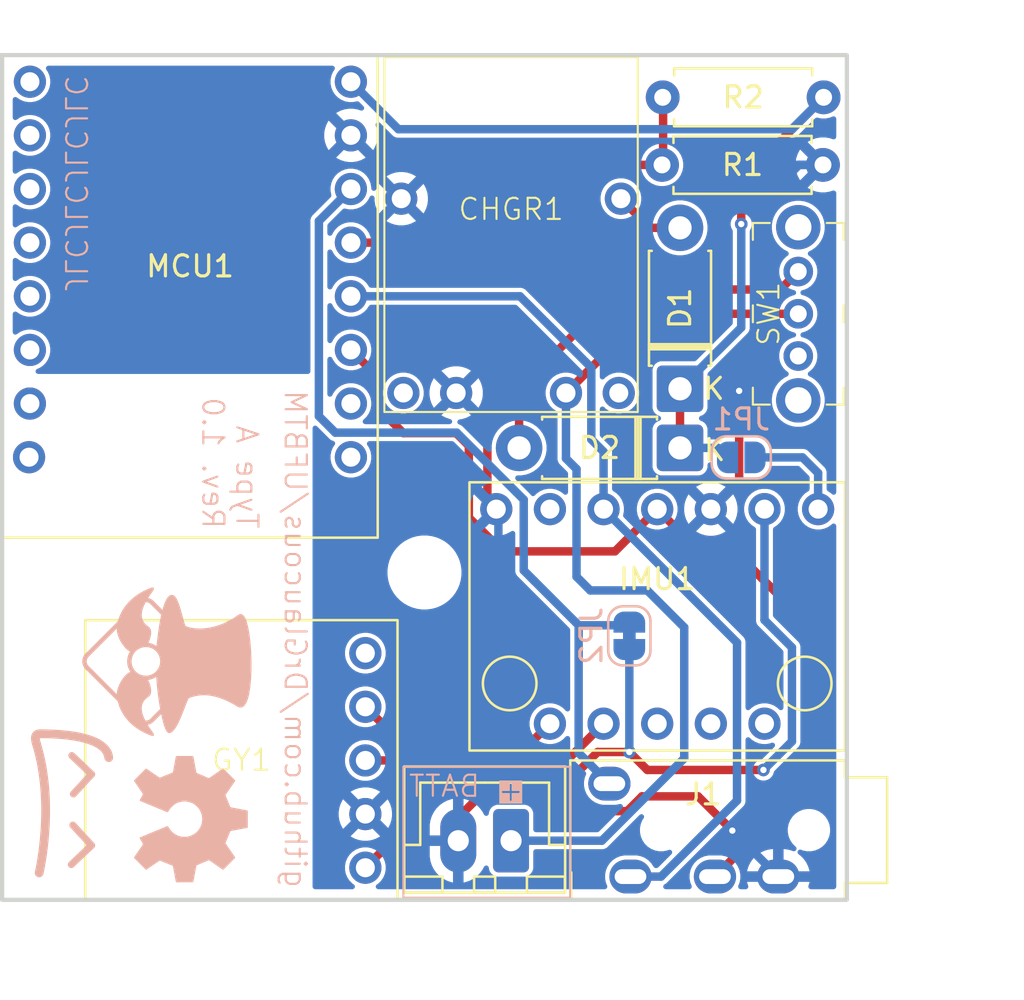
<source format=kicad_pcb>
(kicad_pcb (version 20241229) (generator "pcbnew") (generator_version "9.0")
  (layers (0 "F.Cu" signal) (2 "B.Cu" signal) (13 "F.Paste" user) (15 "B.Paste" user) (5 "F.SilkS" user "F.Silkscreen") (7 "B.SilkS" user "B.Silkscreen") (1 "F.Mask" user) (3 "B.Mask" user) (25 "Edge.Cuts" user))
  (net 0 "")
  (net 1 "SDA_1")
  (net 2 "ESP32_3V3")
  (net 3 "BATTERY_READER")
  (net 4 "ESP32_5V5")
  (net 5 "SCL_1")
  (net 6 "+BATT")
  (net 7 "GND")
  (net 9 "Net-(CHGR1-5_VIN)")
  (net 11 "Net-(D2-A)")
  (net 12 "Net-(GY1-SDA)")
  (net 14 "Net-(GY1-SCL)")
  (net 15 "Net-(GY1-VIN)")
  (net 17 "Net-(IMU1-VIN)")
  (footprint "My_Library:LX_LBES" (layer "F.Cu") (at 160.1 66.9 -90)
    (property "Reference" "CHGR1")
    (property "Value" "~")
  )
  (footprint "Espressif:ESP32-C3-SuperMini_PLUS" (layer "F.Cu") (at 138.896004 61.421392)
    (property "Reference" "MCU1")
    (property "Value" "~")
  )
  (footprint "Diode_THT:D_DO-41_SOD81_P7.62mm_Horizontal" (layer "F.Cu") (at 162.1 65.8 90)
    (property "Reference" "D1")
    (property "Value" "D_1N5817 / 4.8v Zener?")
  )
  (footprint "Diode_THT:D_DO-41_SOD81_P7.62mm_Horizontal" (layer "F.Cu") (at 162.1 68.6 180)
    (property "Reference" "D2")
    (property "Value" "D_1N5817")
  )
  (footprint "My_Library:PJ-320A" (layer "F.Cu") (at 171.905 88.9 180)
    (property "Reference" "J1")
    (property "Value" "TRRS Connector 3.5")
  )
  (footprint "My_Library:SK12D07VG4" (layer "F.Cu") (at 167.7 62.25 90)
    (property "Reference" "SW1")
    (property "Value" "SW_SPDT")
  )
  (footprint "Connector_JST:JST_XH_B2B-XH-A_1x02_P2.50mm_Vertical" (layer "F.Cu") (at 154.1 87.2 180)
    (property "Reference" "BT1" (hide yes))
    (property "Value" "Battery")
  )
  (footprint "My_Library:GY-271" (layer "F.Cu") (at 142.2 83.4 180)
    (property "Reference" "GY1")
    (property "Value" "~")
  )
  (footprint "My_Library:GY-BMI160" (layer "F.Cu") (at 161.02 76.58 -90)
    (property "Reference" "IMU1")
    (property "Value" "~")
  )
  (footprint "Resistor_THT:R_Axial_DIN0207_L6.3mm_D2.5mm_P7.62mm_Horizontal" (layer "F.Cu") (at 168.87 55.2 180)
    (property "Reference" "R1")
    (property "Value" "200K")
  )
  (footprint "Resistor_THT:R_Axial_DIN0207_L6.3mm_D2.5mm_P7.62mm_Horizontal" (layer "F.Cu") (at 161.28 52)
    (property "Reference" "R2")
    (property "Value" "200K")
  )
  (footprint "Jumper:SolderJumper-2_P1.3mm_Open_RoundedPad1.0x1.5mm" (layer "B.Cu") (at 165 69.05 180)
    (property "Reference" "JP1")
    (property "Value" "5v in")
  )
  (footprint "Jumper:SolderJumper-2_P1.3mm_Bridged_RoundedPad1.0x1.5mm" (layer "B.Cu") (at 159.7 77.5 -90)
    (property "Reference" "JP2")
    (property "Value" "3v3 in")
  )
  (footprint "MountingHole:MountingHole_3mm" (layer "B.Cu") (at 150 74.5)
    (property "Reference" "REF**" (hide yes))
    (property "Value" "MountingHole_3mm")
  )
  (gr_poly (pts (xy 141.634193 85.800172) (xy 141.634066 85.798473) (xy 141.633858 85.796782) (xy 141.63357 85.795102) (xy 141.633204 85.793436) (xy 141.632762 85.791785) (xy 141.632247 85.790152) (xy 141.631661 85.78854) (xy 141.631005 85.786951) (xy 141.630282 85.785389) (xy 141.628642 85.782352) (xy 141.626759 85.779448) (xy 141.624648 85.7767) (xy 141.622326 85.774125) (xy 141.619811 85.771746) (xy 141.617118 85.769582) (xy 141.61571 85.768588) (xy 141.614265 85.767654) (xy 141.612783 85.766785) (xy 141.611267 85.765982) (xy 141.60972 85.765248) (xy 141.608143 85.764586) (xy 141.606538 85.763997) (xy 141.604907 85.763486) (xy 141.603254 85.763053) (xy 141.601578 85.762703) (xy 140.841472 85.621213) (xy 140.838102 85.620428) (xy 140.834719 85.619345) (xy 140.831345 85.617985) (xy 140.828003 85.616365) (xy 140.824715 85.614505) (xy 140.821503 85.612425) (xy 140.81839 85.610143) (xy 140.815397 85.607678) (xy 140.812548 85.60505) (xy 140.809864 85.602278) (xy 140.807367 85.599381) (xy 140.805081 85.596378) (xy 140.803026 85.593288) (xy 140.801226 85.59013) (xy 140.799703 85.586923) (xy 140.798479 85.583688) (xy 140.589952 85.074353) (xy 140.588551 85.071187) (xy 140.587382 85.06783) (xy 140.586442 85.064313) (xy 140.585729 85.060664) (xy 140.585241 85.056912) (xy 140.584975 85.053088) (xy 140.584929 85.04922) (xy 140.585102 85.045338) (xy 140.585491 85.04147) (xy 140.586093 85.037647) (xy 140.586907 85.033898) (xy 140.587931 85.030251) (xy 140.589161 85.026737) (xy 140.590597 85.023383) (xy 140.592236 85.020221) (xy 140.594075 85.017278) (xy 141.029851 84.382408) (xy 141.030784 84.380981) (xy 141.031644 84.379511) (xy 141.032432 84.378002) (xy 141.033148 84.376456) (xy 141.033792 84.374878) (xy 141.034364 84.373269) (xy 141.035297 84.369976) (xy 141.035947 84.366603) (xy 141.036317 84.363177) (xy 141.03641 84.359722) (xy 141.036227 84.356267) (xy 141.035772 84.352836) (xy 141.035046 84.349455) (xy 141.034051 84.346152) (xy 141.03279 84.342951) (xy 141.031266 84.339879) (xy 141.030405 84.3384) (xy 141.02948 84.336963) (xy 141.02849 84.335571) (xy 141.027435 84.334227) (xy 141.026316 84.332936) (xy 141.025133 84.3317) (xy 140.490332 83.796973) (xy 140.489089 83.795798) (xy 140.487791 83.794686) (xy 140.486442 83.793638) (xy 140.485044 83.792654) (xy 140.483602 83.791735) (xy 140.482117 83.790881) (xy 140.480595 83.790092) (xy 140.479037 83.789369) (xy 140.477447 83.788711) (xy 140.475829 83.788119) (xy 140.472519 83.787134) (xy 140.469134 83.786415) (xy 140.465699 83.785964) (xy 140.46224 83.785784) (xy 140.458783 83.785877) (xy 140.455355 83.786243) (xy 140.451981 83.786886) (xy 140.450322 83.787312) (xy 140.448687 83.787808) (xy 140.447079 83.788374) (xy 140.4455 83.78901) (xy 140.443954 83.789717) (xy 140.442445 83.790494) (xy 140.440975 83.791343) (xy 140.439548 83.792263) (xy 139.81539 84.220321) (xy 139.812437 84.22217) (xy 139.80927 84.223809) (xy 139.805918 84.225238) (xy 139.802409 84.226455) (xy 139.798773 84.227458) (xy 139.795038 84.228246) (xy 139.791233 84.228817) (xy 139.787386 84.229169) (xy 139.783525 84.229301) (xy 139.779681 84.229211) (xy 139.77588 84.228897) (xy 139.772152 84.228358) (xy 139.768525 84.227591) (xy 139.765028 84.226597) (xy 139.761691 84.225372) (xy 139.75854 84.223915) (xy 139.233027 83.998683) (xy 139.231414 83.998075) (xy 139.229805 83.99739) (xy 139.22661 83.995803) (xy 139.223463 83.993945) (xy 139.220383 83.991837) (xy 139.217389 83.989503) (xy 139.2145 83.986964) (xy 139.211735 83.984242) (xy 139.209115 83.981359) (xy 139.206658 83.978338) (xy 139.204383 83.9752) (xy 139.202311 83.971968) (xy 139.200459 83.968663) (xy 139.198848 83.965308) (xy 139.197497 83.961926) (xy 139.196925 83.960231) (xy 139.196425 83.958537) (xy 139.195999 83.956848) (xy 139.195651 83.955165) (xy 139.058955 83.220451) (xy 139.059029 83.220528) (xy 139.058671 83.218859) (xy 139.058232 83.217212) (xy 139.057715 83.215587) (xy 139.057122 83.213988) (xy 139.056456 83.212416) (xy 139.055718 83.210873) (xy 139.054912 83.209363) (xy 139.05404 83.207885) (xy 139.053105 83.206444) (xy 139.052108 83.20504) (xy 139.051053 83.203676) (xy 139.049941 83.202355) (xy 139.048776 83.201078) (xy 139.047559 83.199847) (xy 139.046294 83.198664) (xy 139.044982 83.197532) (xy 139.043627 83.196453) (xy 139.04223 83.195428) (xy 139.040794 83.194461) (xy 139.039322 83.193552) (xy 139.037815 83.192705) (xy 139.036277 83.19192) (xy 139.03471 83.191201) (xy 139.033117 83.19055) (xy 139.031499 83.189968) (xy 139.02986 83.189458) (xy 139.028201 83.189021) (xy 139.026525 83.188661) (xy 139.024836 83.188378) (xy 139.023134 83.188176) (xy 139.021423 83.188055) (xy 139.019706 83.18802) (xy 138.263345 83.188095) (xy 138.26164 83.188138) (xy 138.25994 83.188265) (xy 138.258248 83.188473) (xy 138.256565 83.188761) (xy 138.254895 83.189127) (xy 138.25324 83.189568) (xy 138.251603 83.190083) (xy 138.249987 83.190669) (xy 138.246825 83.192047) (xy 138.243777 83.193685) (xy 138.240863 83.195566) (xy 138.238103 83.197674) (xy 138.235519 83.199991) (xy 138.233131 83.202502) (xy 138.230961 83.205189) (xy 138.229964 83.206593) (xy 138.229029 83.208035) (xy 138.228158 83.209512) (xy 138.227355 83.211024) (xy 138.226622 83.212566) (xy 138.225962 83.214138) (xy 138.225376 83.215737) (xy 138.224869 83.217361) (xy 138.224442 83.219009) (xy 138.224097 83.220677) (xy 138.090696 83.93734) (xy 138.090347 83.939028) (xy 138.089921 83.94072) (xy 138.088844 83.944102) (xy 138.087484 83.947467) (xy 138.085862 83.950792) (xy 138.083997 83.954057) (xy 138.081909 83.95724) (xy 138.079616 83.960319) (xy 138.077139 83.963275) (xy 138.074496 83.966084) (xy 138.071709 83.968727) (xy 138.068795 83.971182) (xy 138.065775 83.973426) (xy 138.062668 83.97544) (xy 138.059493 83.977202) (xy 138.056271 83.978691) (xy 138.053021 83.979885) (xy 137.493951 84.203617) (xy 137.490773 84.204991) (xy 137.487407 84.206137) (xy 137.483883 84.207057) (xy 137.480231 84.207754) (xy 137.476478 84.208228) (xy 137.472654 84.208483) (xy 137.468787 84.20852) (xy 137.464908 84.208343) (xy 137.461045 84.207951) (xy 137.457226 84.207349) (xy 137.453481 84.206538) (xy 137.449838 84.205519) (xy 137.446328 84.204296) (xy 137.442978 84.202871) (xy 137.439818 84.201244) (xy 137.436876 84.199419) (xy 136.843577 83.792325) (xy 136.842143 83.791392) (xy 136.840667 83.790532) (xy 136.839152 83.789744) (xy 136.837601 83.789028) (xy 136.836017 83.788384) (xy 136.834403 83.787812) (xy 136.831101 83.786879) (xy 136.82772 83.786229) (xy 136.824286 83.785859) (xy 136.820824 83.785766) (xy 136.817361 83.785948) (xy 136.813923 83.786404) (xy 136.810535 83.78713) (xy 136.807224 83.788124) (xy 136.804015 83.789384) (xy 136.800934 83.790907) (xy 136.799449 83.791767) (xy 136.798007 83.792692) (xy 136.796609 83.793682) (xy 136.79526 83.794736) (xy 136.793962 83.795854) (xy 136.792718 83.797036) (xy 136.257918 84.331844) (xy 136.256749 84.333073) (xy 136.255643 84.334359) (xy 136.2546 84.335696) (xy 136.25362 84.337083) (xy 136.252705 84.338515) (xy 136.251854 84.339989) (xy 136.251067 84.341503) (xy 136.250345 84.343053) (xy 136.249688 84.344636) (xy 136.249096 84.346248) (xy 136.24811 84.349547) (xy 136.247389 84.352925) (xy 136.246935 84.356355) (xy 136.246751 84.359812) (xy 136.246838 84.363269) (xy 136.2472 84.3667) (xy 136.247838 84.370078) (xy 136.248261 84.37174) (xy 136.248754 84.373379) (xy 136.249318 84.374992) (xy 136.249952 84.376576) (xy 136.250657 84.378127) (xy 136.251433 84.379642) (xy 136.25228 84.381118) (xy 136.253199 84.382551) (xy 136.65325 84.965293) (xy 136.655075 84.968216) (xy 136.656676 84.97135) (xy 136.658051 84.974665) (xy 136.659199 84.978132) (xy 136.66012 84.981723) (xy 136.660814 84.985409) (xy 136.661281 84.989161) (xy 136.661518 84.992951) (xy 136.661527 84.99675) (xy 136.661306 85.000528) (xy 136.660855 85.004258) (xy 136.660173 85.00791) (xy 136.65926 85.011456) (xy 136.658116 85.014867) (xy 136.656739 85.018115) (xy 136.655129 85.02117) (xy 136.517909 85.278159) (xy 136.517181 85.279697) (xy 136.51654 85.281248) (xy 136.515987 85.282809) (xy 136.515518 85.284377) (xy 136.515135 85.28595) (xy 136.514836 85.287524) (xy 136.514619 85.289098) (xy 136.514485 85.290669) (xy 136.514432 85.292234) (xy 136.514459 85.29379) (xy 136.514564 85.295334) (xy 136.514749 85.296865) (xy 136.51501 85.298379) (xy 136.515348 85.299873) (xy 136.515761 85.301345) (xy 136.516249 85.302793) (xy 136.51681 85.304213) (xy 136.517444 85.305603) (xy 136.51815 85.30696) (xy 136.518926 85.308282) (xy 136.519772 85.309565) (xy 136.520687 85.310808) (xy 136.52167 85.312007) (xy 136.52272 85.313161) (xy 136.523836 85.314265) (xy 136.525016 85.315318) (xy 136.526261 85.316316) (xy 136.52757 85.317258) (xy 136.52894 85.318141) (xy 136.530372 85.318961) (xy 136.531864 85.319716) (xy 136.533416 85.320404) (xy 137.814162 85.85026) (xy 137.815755 85.850873) (xy 137.817373 85.851405) (xy 137.819011 85.851856) (xy 137.820668 85.852229) (xy 137.822339 85.852523) (xy 137.824023 85.85274) (xy 137.827413 85.852948) (xy 137.830815 85.852859) (xy 137.834205 85.852483) (xy 137.837556 85.851827) (xy 137.840846 85.850899) (xy 137.844051 85.849709) (xy 137.847144 85.848262) (xy 137.850103 85.846569) (xy 137.852903 85.844637) (xy 137.855519 85.842474) (xy 137.856751 85.841309) (xy 137.857928 85.840089) (xy 137.859047 85.838815) (xy 137.860104 85.837489) (xy 137.861098 85.836111) (xy 137.862024 85.834682) (xy 137.901422 85.770342) (xy 137.904381 85.765716) (xy 137.907757 85.760775) (xy 137.911474 85.755614) (xy 137.915459 85.750324) (xy 137.919636 85.744999) (xy 137.923932 85.739732) (xy 137.928272 85.734617) (xy 137.93258 85.729745) (xy 137.96173 85.68717) (xy 137.993378 85.646537) (xy 138.027415 85.607958) (xy 138.06373 85.571542) (xy 138.102214 85.537402) (xy 138.142757 85.505648) (xy 138.185247 85.476391) (xy 138.229576 85.449742) (xy 138.275634 85.425813) (xy 138.299276 85.414903) (xy 138.323309 85.404714) (xy 138.34772 85.39526) (xy 138.372493 85.386556) (xy 138.397616 85.378615) (xy 138.423075 85.371451) (xy 138.448856 85.365078) (xy 138.474945 85.359509) (xy 138.501329 85.354759) (xy 138.527993 85.350842) (xy 138.554925 85.347771) (xy 138.58211 85.34556) (xy 138.609534 85.344223) (xy 138.637184 85.343775) (xy 138.680231 85.344863) (xy 138.722713 85.348092) (xy 138.764577 85.353411) (xy 138.805771 85.360766) (xy 138.846242 85.370104) (xy 138.885937 85.381374) (xy 138.924805 85.394522) (xy 138.962792 85.409496) (xy 138.999846 85.426244) (xy 139.035915 85.444713) (xy 139.070945 85.46485) (xy 139.104885 85.486603) (xy 139.137681 85.50992) (xy 139.169282 85.534747) (xy 139.199634 85.561032) (xy 139.228685 85.588723) (xy 139.256383 85.617767) (xy 139.282674 85.648111) (xy 139.307507 85.679704) (xy 139.330829 85.712492) (xy 139.352587 85.746422) (xy 139.372729 85.781443) (xy 139.391202 85.817502) (xy 139.407954 85.854546) (xy 139.422931 85.892522) (xy 139.436082 85.931379) (xy 139.447355 85.971063) (xy 139.456695 86.011522) (xy 139.464051 86.052703) (xy 139.469371 86.094554) (xy 139.472601 86.137023) (xy 139.47369 86.180056) (xy 139.472601 86.223089) (xy 139.469371 86.265558) (xy 139.464051 86.307409) (xy 139.456695 86.34859) (xy 139.447355 86.389049) (xy 139.436082 86.428733) (xy 139.422931 86.46759) (xy 139.407954 86.505566) (xy 139.391202 86.54261) (xy 139.372729 86.578668) (xy 139.352587 86.613689) (xy 139.330829 86.64762) (xy 139.307507 86.680408) (xy 139.282674 86.712) (xy 139.256383 86.742345) (xy 139.228685 86.771389) (xy 139.199634 86.799079) (xy 139.169282 86.825365) (xy 139.137681 86.850192) (xy 139.104885 86.873508) (xy 139.070945 86.895261) (xy 139.035915 86.915398) (xy 138.999846 86.933867) (xy 138.962792 86.950615) (xy 138.924805 86.965589) (xy 138.885937 86.978738) (xy 138.846242 86.990007) (xy 138.805771 86.999346) (xy 138.764577 87.006701) (xy 138.722713 87.012019) (xy 138.680231 87.015249) (xy 138.637184 87.016337) (xy 138.58211 87.014552) (xy 138.527993 87.00927) (xy 138.474945 87.000602) (xy 138.423075 86.988661) (xy 138.372493 86.973555) (xy 138.323309 86.955398) (xy 138.275634 86.934299) (xy 138.229576 86.910369) (xy 138.185247 86.88372) (xy 138.142757 86.854463) (xy 138.102214 86.822709) (xy 138.06373 86.788569) (xy 138.027415 86.752154) (xy 137.993378 86.713574) (xy 137.96173 86.672941) (xy 137.93258 86.630367) (xy 137.928249 86.625473) (xy 137.923899 86.620346) (xy 137.919601 86.615075) (xy 137.915428 86.60975) (xy 137.911451 86.60446) (xy 137.907743 86.599294) (xy 137.904377 86.594343) (xy 137.901422 86.589695) (xy 137.862024 86.525354) (xy 137.861098 86.523919) (xy 137.860104 86.522535) (xy 137.859046 86.521204) (xy 137.857927 86.519926) (xy 137.85675 86.518703) (xy 137.855518 86.517535) (xy 137.854234 86.516423) (xy 137.852901 86.515368) (xy 137.851523 86.514372) (xy 137.850101 86.513434) (xy 137.84864 86.512558) (xy 137.847142 86.511742) (xy 137.845611 86.510988) (xy 137.844049 86.510298) (xy 137.842459 86.509671) (xy 137.840845 86.50911) (xy 137.839209 86.508615) (xy 137.837555 86.508187) (xy 137.835885 86.507826) (xy 137.834203 86.507535) (xy 137.832512 86.507314) (xy 137.830814 86.507163) (xy 137.829113 86.507085) (xy 137.827412 86.507079) (xy 137.825714 86.507148) (xy 137.824022 86.507291) (xy 137.822339 86.50751) (xy 137.820667 86.507806) (xy 137.819011 86.508179) (xy 137.817373 86.508631) (xy 137.815756 86.509163) (xy 137.814163 86.509776) (xy 136.533488 87.039707) (xy 136.531937 87.040395) (xy 136.530444 87.041151) (xy 136.529011 87.041973) (xy 136.527638 87.042857) (xy 136.526328 87.0438) (xy 136.525079 87.044801) (xy 136.523895 87.045856) (xy 136.522775 87.046963) (xy 136.521721 87.048118) (xy 136.520733 87.04932) (xy 136.519814 87.050565) (xy 136.518963 87.051851) (xy 136.518182 87.053175) (xy 136.517472 87.054534) (xy 136.516834 87.055926) (xy 136.516269 87.057348) (xy 136.515777 87.058797) (xy 136.515361 87.060271) (xy 136.515021 87.061766) (xy 136.514757 87.063281) (xy 136.514572 87.064811) (xy 136.514466 87.066356) (xy 136.51444 87.067911) (xy 136.514495 87.069474) (xy 136.514633 87.071043) (xy 136.514853 87.072615) (xy 136.515158 87.074187) (xy 136.515548 87.075756) (xy 136.516024 87.07732) (xy 136.516588 87.078876) (xy 136.51724 87.080421) (xy 136.517982 87.081952) (xy 136.655199 87.338941) (xy 136.656796 87.341983) (xy 136.658162 87.345219) (xy 136.659297 87.348621) (xy 136.660202 87.352159) (xy 136.660877 87.355805) (xy 136.661322 87.359531) (xy 136.661538 87.363307) (xy 136.661525 87.367104) (xy 136.661284 87.370895) (xy 136.660815 87.37465) (xy 136.660118 87.37834) (xy 136.659194 87.381937) (xy 136.658044 87.385412) (xy 136.656667 87.388736) (xy 136.655064 87.391881) (xy 136.653236 87.394818) (xy 136.253191 87.977556) (xy 136.252265 87.97899) (xy 136.251411 87.980466) (xy 136.250629 87.981981) (xy 136.249919 87.983532) (xy 136.24928 87.985116) (xy 136.248711 87.986729) (xy 136.247786 87.990031) (xy 136.247142 87.993411) (xy 136.246776 87.996843) (xy 136.246685 88.000303) (xy 136.246868 88.003762) (xy 136.247323 88.007196) (xy 136.248046 88.010579) (xy 136.249037 88.013885) (xy 136.250291 88.017086) (xy 136.251808 88.020159) (xy 136.252665 88.021638) (xy 136.253585 88.023076) (xy 136.254571 88.024468) (xy 136.25562 88.025811) (xy 136.256733 88.027103) (xy 136.25791 88.028339) (xy 136.792718 88.56314) (xy 136.793962 88.564316) (xy 136.79526 88.565429) (xy 136.796609 88.566478) (xy 136.798007 88.567462) (xy 136.799449 88.568383) (xy 136.800934 88.569239) (xy 136.802456 88.57003) (xy 136.804015 88.570755) (xy 136.805605 88.571415) (xy 136.807224 88.57201) (xy 136.810535 88.573) (xy 136.813923 88.573724) (xy 136.817361 88.574179) (xy 136.820824 88.574362) (xy 136.824286 88.574272) (xy 136.82772 88.573906) (xy 136.829419 88.573619) (xy 136.831101 88.573262) (xy 136.832764 88.572835) (xy 136.834404 88.572338) (xy 136.836017 88.57177) (xy 136.837601 88.571131) (xy 136.839152 88.57042) (xy 136.840667 88.569638) (xy 136.842144 88.568785) (xy 136.843577 88.567859) (xy 137.436951 88.160766) (xy 137.43988 88.158927) (xy 137.443032 88.157289) (xy 137.446376 88.155854) (xy 137.449883 88.154623) (xy 137.453523 88.153599) (xy 137.457269 88.152783) (xy 137.461089 88.152179) (xy 137.464955 88.151787) (xy 137.468839 88.15161) (xy 137.472709 88.151651) (xy 137.476537 88.15191) (xy 137.480295 88.152391) (xy 137.483951 88.153095) (xy 137.487478 88.154025) (xy 137.490846 88.155182) (xy 137.494026 88.156568) (xy 138.053095 88.380304) (xy 138.054723 88.380856) (xy 138.056347 88.381487) (xy 138.057964 88.382192) (xy 138.059571 88.382969) (xy 138.062749 88.384728) (xy 138.06586 88.386743) (xy 138.068885 88.388991) (xy 138.071803 88.39145) (xy 138.074596 88.394099) (xy 138.077242 88.396915) (xy 138.079722 88.399877) (xy 138.082017 88.402963) (xy 138.084105 88.406151) (xy 138.085969 88.409418) (xy 138.087587 88.412744) (xy 138.08894 88.416105) (xy 138.08951 88.417793) (xy 138.090007 88.419481) (xy 138.090428 88.421167) (xy 138.09077 88.422849) (xy 138.224171 89.139511) (xy 138.224522 89.141179) (xy 138.224954 89.142827) (xy 138.225466 89.144451) (xy 138.226054 89.146051) (xy 138.226717 89.147623) (xy 138.227451 89.149165) (xy 138.228254 89.150676) (xy 138.229124 89.152154) (xy 138.230058 89.153596) (xy 138.231054 89.155) (xy 138.232108 89.156365) (xy 138.233219 89.157687) (xy 138.234384 89.158965) (xy 138.235601 89.160197) (xy 138.236866 89.161381) (xy 138.238178 89.162515) (xy 138.239534 89.163596) (xy 138.240931 89.164623) (xy 138.242367 89.165593) (xy 138.243839 89.166504) (xy 138.245345 89.167354) (xy 138.246882 89.168142) (xy 138.248448 89.168864) (xy 138.25004 89.16952) (xy 138.251656 89.170106) (xy 138.253294 89.17062) (xy 138.254949 89.171062) (xy 138.256621 89.171427) (xy 138.258307 89.171716) (xy 138.260003 89.171924) (xy 138.261709 89.17205) (xy 138.26342 89.172093) (xy 139.01978 89.172093) (xy 139.021485 89.172051) (xy 139.023183 89.171925) (xy 139.024874 89.171717) (xy 139.026554 89.17143) (xy 139.028221 89.171066) (xy 139.029872 89.170627) (xy 139.031505 89.170114) (xy 139.033117 89.16953) (xy 139.034706 89.168877) (xy 139.03627 89.168157) (xy 139.039309 89.166524) (xy 139.042214 89.164647) (xy 139.044966 89.162543) (xy 139.047544 89.160229) (xy 139.049928 89.15772) (xy 139.052098 89.155033) (xy 139.053097 89.153629) (xy 139.054034 89.152186) (xy 139.054907 89.150706) (xy 139.055715 89.149193) (xy 139.056453 89.147648) (xy 139.057121 89.146072) (xy 139.057715 89.144469) (xy 139.058232 89.142839) (xy 139.058671 89.141186) (xy 139.059028 89.139511) (xy 139.195725 88.404797) (xy 139.196512 88.401412) (xy 139.197594 88.398015) (xy 139.198953 88.394626) (xy 139.200568 88.391268) (xy 139.202421 88.387962) (xy 139.204493 88.384731) (xy 139.206766 88.381597) (xy 139.20922 88.378581) (xy 139.211836 88.375706) (xy 139.214595 88.372993) (xy 139.217479 88.370464) (xy 139.220468 88.368142) (xy 139.223544 88.366048) (xy 139.226688 88.364204) (xy 139.22988 88.362632) (xy 139.233101 88.361354) (xy 139.758614 88.136123) (xy 139.761765 88.134668) (xy 139.765103 88.133445) (xy 139.768599 88.132454) (xy 139.772226 88.131692) (xy 139.775954 88.131157) (xy 139.779755 88.130846) (xy 139.7836 88.130758) (xy 139.787461 88.130891) (xy 139.791308 88.131243) (xy 139.795113 88.131811) (xy 139.798848 88.132593) (xy 139.802484 88.133588) (xy 139.805992 88.134793) (xy 139.809344 88.136207) (xy 139.81251 88.137826) (xy 139.815464 88.13965) (xy 140.439548 88.567783) (xy 140.440975 88.568716) (xy 140.442445 88.569575) (xy 140.443954 88.570362) (xy 140.4455 88.571077) (xy 140.447078 88.571719) (xy 140.448687 88.57229) (xy 140.451981 88.573218) (xy 140.455355 88.573864) (xy 140.458783 88.574229) (xy 140.462239 88.574318) (xy 140.465698 88.574131) (xy 140.469133 88.573672) (xy 140.472519 88.572944) (xy 140.475829 88.571949) (xy 140.479037 88.57069) (xy 140.482117 88.569169) (xy 140.483601 88.568312) (xy 140.485044 88.56739) (xy 140.486441 88.566404) (xy 140.48779 88.565354) (xy 140.489088 88.564241) (xy 140.490332 88.563064) (xy 141.025132 88.028339) (xy 141.026308 88.027103) (xy 141.027421 88.025811) (xy 141.02847 88.024468) (xy 141.029455 88.023076) (xy 141.030375 88.021639) (xy 141.031231 88.020159) (xy 141.032022 88.018641) (xy 141.032748 88.017087) (xy 141.033408 88.0155) (xy 141.034002 88.013885) (xy 141.034993 88.01058) (xy 141.035716 88.007197) (xy 141.036171 88.003762) (xy 141.036354 88.000303) (xy 141.036264 87.996844) (xy 141.035898 87.993411) (xy 141.035611 87.991713) (xy 141.035254 87.990031) (xy 141.034827 87.988369) (xy 141.03433 87.986729) (xy 141.033762 87.985116) (xy 141.033123 87.983532) (xy 141.032412 87.981981) (xy 141.03163 87.980466) (xy 141.030777 87.97899) (xy 141.029851 87.977556) (xy 140.594071 87.342686) (xy 140.592233 87.339756) (xy 140.590598 87.336605) (xy 140.589166 87.333262) (xy 140.58794 87.329755) (xy 140.586921 87.326114) (xy 140.586112 87.322369) (xy 140.585514 87.318548) (xy 140.585129 87.314682) (xy 140.584959 87.310799) (xy 140.585007 87.306929) (xy 140.585273 87.3031) (xy 140.585759 87.299343) (xy 140.586468 87.295686) (xy 140.587401 87.292159) (xy 140.588561 87.288791) (xy 140.589948 87.285611) (xy 140.798476 86.776201) (xy 140.799049 86.774581) (xy 140.7997 86.772966) (xy 140.800425 86.771358) (xy 140.801223 86.76976) (xy 140.803022 86.766602) (xy 140.805076 86.763512) (xy 140.807363 86.76051) (xy 140.809859 86.757613) (xy 140.812544 86.754841) (xy 140.815393 86.752214) (xy 140.818386 86.74975) (xy 140.821499 86.747468) (xy 140.824712 86.745388) (xy 140.828 86.743528) (xy 140.831342 86.741908) (xy 140.834716 86.740546) (xy 140.8381 86.739463) (xy 140.839788 86.739031) (xy 140.84147 86.738676) (xy 141.601653 86.597261) (xy 141.603322 86.59691) (xy 141.604969 86.596478) (xy 141.606594 86.595966) (xy 141.608193 86.595378) (xy 141.609765 86.594716) (xy 141.611307 86.593982) (xy 141.612819 86.593179) (xy 141.614296 86.592309) (xy 141.615738 86.591376) (xy 141.617142 86.590381) (xy 141.618507 86.589327) (xy 141.619829 86.588217) (xy 141.621108 86.587053) (xy 141.62234 86.585838) (xy 141.623524 86.584574) (xy 141.624657 86.583264) (xy 141.625739 86.58191) (xy 141.626765 86.580515) (xy 141.627735 86.579082) (xy 141.628646 86.577612) (xy 141.629497 86.576109) (xy 141.630284 86.574575) (xy 141.631007 86.573012) (xy 141.631662 86.571424) (xy 141.632248 86.569812) (xy 141.632763 86.568179) (xy 141.633204 86.566528) (xy 141.63357 86.564861) (xy 141.633858 86.563181) (xy 141.634066 86.561491) (xy 141.634193 86.559792) (xy 141.634235 86.558088) (xy 141.634235 85.801876)) (fill yes) (layer "B.SilkS"))
  (gr_poly (pts (xy 139.712978 78.68955) (xy 139.711561 78.669792) (xy 139.709201 78.650108) (xy 139.705896 78.630533) (xy 139.701647 78.611106) (xy 139.696454 78.591861) (xy 139.690317 78.572837) (xy 139.683235 78.554069) (xy 139.675209 78.535595) (xy 139.666239 78.51745) (xy 139.656325 78.499673) (xy 139.645467 78.482298) (xy 139.633664 78.465364) (xy 139.620918 78.448906) (xy 139.607227 78.432962) (xy 139.592592 78.417567) (xy 137.098707 75.923683) (xy 137.083312 75.909048) (xy 137.067368 75.895357) (xy 137.05091 75.88261) (xy 137.033976 75.870807) (xy 137.016601 75.859949) (xy 136.998823 75.850035) (xy 136.980679 75.841065) (xy 136.962204 75.833039) (xy 136.943437 75.825958) (xy 136.924412 75.81982) (xy 136.905168 75.814627) (xy 136.88574 75.810378) (xy 136.866166 75.807074) (xy 136.846481 75.804713) (xy 136.826724 75.803297) (xy 136.806929 75.802825) (xy 136.787135 75.803297) (xy 136.767377 75.804713) (xy 136.747693 75.807074) (xy 136.728118 75.810378) (xy 136.708691 75.814627) (xy 136.689446 75.81982) (xy 136.670422 75.825958) (xy 136.651654 75.833039) (xy 136.63318 75.841065) (xy 136.615035 75.850035) (xy 136.597258 75.859949) (xy 136.579883 75.870807) (xy 136.562949 75.88261) (xy 136.546491 75.895357) (xy 136.530546 75.909048) (xy 136.515152 75.923683) (xy 134.021267 78.417567) (xy 134.006632 78.432962) (xy 133.992941 78.448906) (xy 133.980194 78.465364) (xy 133.968391 78.482298) (xy 133.957533 78.499673) (xy 133.947619 78.51745) (xy 133.938649 78.535595) (xy 133.930623 78.554069) (xy 133.923542 78.572837) (xy 133.917404 78.591861) (xy 133.912211 78.611106) (xy 133.907962 78.630533) (xy 133.904658 78.650108) (xy 133.902297 78.669792) (xy 133.900881 78.68955) (xy 133.900409 78.709344) (xy 133.900881 78.729139) (xy 133.902297 78.748896) (xy 133.904658 78.768581) (xy 133.907962 78.788155) (xy 133.912211 78.807583) (xy 133.917404 78.826827) (xy 133.923542 78.845851) (xy 133.930623 78.864619) (xy 133.938649 78.883094) (xy 133.947619 78.901238) (xy 133.957533 78.919016) (xy 133.968391 78.93639) (xy 133.980194 78.953325) (xy 133.992941 78.969782) (xy 134.006632 78.985727) (xy 134.021267 79.001121) (xy 136.515152 81.495006) (xy 136.530546 81.509641) (xy 136.546491 81.523332) (xy 136.562949 81.536079) (xy 136.579883 81.547882) (xy 136.597258 81.55874) (xy 136.615035 81.568654) (xy 136.63318 81.577624) (xy 136.651654 81.58565) (xy 136.670422 81.592731) (xy 136.689446 81.598869) (xy 136.708691 81.604062) (xy 136.728118 81.608311) (xy 136.747693 81.611616) (xy 136.767377 81.613976) (xy 136.787135 81.615392) (xy 136.806929 81.615865) (xy 136.826724 81.615392) (xy 136.846481 81.613976) (xy 136.866166 81.611616) (xy 136.88574 81.608311) (xy 136.905168 81.604062) (xy 136.924412 81.598869) (xy 136.943437 81.592731) (xy 136.962204 81.58565) (xy 136.980679 81.577624) (xy 136.998823 81.568654) (xy 137.016601 81.55874) (xy 137.033976 81.547882) (xy 137.05091 81.536079) (xy 137.067368 81.523332) (xy 137.083312 81.509641) (xy 137.098707 81.495006) (xy 139.592592 79.001121) (xy 139.607227 78.985727) (xy 139.620918 78.969782) (xy 139.633664 78.953325) (xy 139.645467 78.93639) (xy 139.656325 78.919016) (xy 139.666239 78.901238) (xy 139.675209 78.883094) (xy 139.683235 78.864619) (xy 139.690317 78.845851) (xy 139.696454 78.826827) (xy 139.701647 78.807583) (xy 139.705896 78.788155) (xy 139.709201 78.768581) (xy 139.711561 78.748896) (xy 139.712978 78.729139) (xy 139.71345 78.709344)) (stroke (width 0.211666)) (fill no) (layer "B.SilkS"))
  (gr_curve (pts (xy 131.631268 82.628681) (xy 131.529346 82.298038) (xy 131.558133 82.13102) (xy 131.827932 82.137018)) (stroke (width 0.417912)) (layer "B.SilkS"))
  (gr_line (start 133.278334 88.331954) (end 134.237073 87.42238) (stroke (width 0.334821)) (layer "B.SilkS"))
  (gr_curve (pts (xy 131.754183 88.725283) (xy 131.754183 88.725283) (xy 132.520732 85.514487) (xy 131.631268 82.628681)) (stroke (width 0.417912)) (layer "B.SilkS"))
  (gr_line (start 133.376665 84.988582) (end 134.237073 84.054425) (stroke (width 0.334821)) (layer "B.SilkS"))
  (gr_line (start 134.237073 84.054425) (end 133.302916 83.169434) (stroke (width 0.334821)) (layer "B.SilkS"))
  (gr_line (start 134.237073 87.42238) (end 133.352083 86.463639) (stroke (width 0.334821)) (layer "B.SilkS"))
  (gr_poly (pts (xy 141.73753 78.24733) (xy 141.705102 77.820714) (xy 141.656889 77.427457) (xy 141.593762 77.084415) (xy 141.516589 76.808445) (xy 141.473007 76.700879) (xy 141.426239 76.616403) (xy 141.376395 76.557123) (xy 141.323582 76.525146) (xy 141.26791 76.52258) (xy 141.209487 76.551532) (xy 141.046472 76.667743) (xy 140.879402 76.772299) (xy 140.709259 76.86533) (xy 140.537025 76.946964) (xy 140.36368 77.017333) (xy 140.190207 77.076565) (xy 140.017588 77.124792) (xy 139.846804 77.162142) (xy 139.678837 77.188746) (xy 139.514668 77.204734) (xy 139.35528 77.210234) (xy 139.201654 77.205379) (xy 139.054771 77.190296) (xy 138.915613 77.165117) (xy 138.785163 77.12997) (xy 138.664401 77.084986) (xy 138.664402 77.084986) (xy 138.664402 77.084985) (xy 138.652782 77.076139) (xy 138.640715 77.05978) (xy 138.615214 77.006566) (xy 138.587844 76.92944) (xy 138.558551 76.832499) (xy 138.421032 76.328547) (xy 138.38129 76.193998) (xy 138.339292 76.064221) (xy 138.294984 75.943311) (xy 138.248309 75.835368) (xy 138.199214 75.744488) (xy 138.173741 75.706727) (xy 138.147641 75.674769) (xy 138.120909 75.649125) (xy 138.093537 75.630308) (xy 138.065519 75.61883) (xy 138.036846 75.615204) (xy 138.006953 75.619156) (xy 137.977659 75.629861) (xy 137.948968 75.647054) (xy 137.920881 75.67047) (xy 137.893401 75.699846) (xy 137.866531 75.734917) (xy 137.840272 75.77542) (xy 137.814626 75.82109) (xy 137.789597 75.871664) (xy 137.765187 75.926878) (xy 137.718231 76.050166) (xy 137.673778 76.188843) (xy 137.631846 76.340797) (xy 137.592453 76.503914) (xy 137.555619 76.676083) (xy 137.521363 76.855191) (xy 137.489702 77.039125) (xy 137.460655 77.225774) (xy 137.434242 77.413023) (xy 137.389391 77.780878) (xy 137.378076 77.863793) (xy 137.371248 77.918127) (xy 137.365899 77.975829) (xy 137.364307 78.004721) (xy 137.36372 78.032987) (xy 137.364349 78.06014) (xy 137.366406 78.085689) (xy 137.370102 78.109147) (xy 137.372631 78.119938) (xy 137.37565 78.130023) (xy 137.379184 78.13934) (xy 137.38326 78.147829) (xy 137.387905 78.155428) (xy 137.393145 78.162076) (xy 137.415454 78.187923) (xy 137.436959 78.215067) (xy 137.457568 78.24338) (xy 137.477188 78.272738) (xy 137.495726 78.303013) (xy 137.513091 78.334081) (xy 137.529188 78.365815) (xy 137.543927 78.398088) (xy 137.557213 78.430776) (xy 137.568956 78.463752) (xy 137.579061 78.496889) (xy 137.587438 78.530063) (xy 137.593992 78.563148) (xy 137.598632 78.596016) (xy 137.601264 78.628543) (xy 137.601797 78.660601) (xy 137.6 78.7) (xy 137.595977 78.742553) (xy 137.589828 78.787623) (xy 137.581654 78.834573) (xy 137.571556 78.882766) (xy 137.559636 78.931565) (xy 137.545993 78.980334) (xy 137.530729 79.028434) (xy 137.513946 79.07523) (xy 137.495743 79.120084) (xy 137.476222 79.162359) (xy 137.455483 79.201418) (xy 137.433629 79.236625) (xy 137.410758 79.267341) (xy 137.386974 79.292931) (xy 137.37477 79.303604) (xy 137.362375 79.312756) (xy 137.360236 79.315751) (xy 137.358478 79.321507) (xy 137.356038 79.340713) (xy 137.354929 79.369188) (xy 137.355023 79.405746) (xy 137.358316 79.498368) (xy 137.364899 79.609093) (xy 137.373758 79.728435) (xy 137.383875 79.846905) (xy 137.394236 79.955018) (xy 137.403824 80.043286) (xy 137.451904 80.414207) (xy 137.50755 80.776039) (xy 137.56918 81.116199) (xy 137.635207 81.422102) (xy 137.704045 81.681165) (xy 137.739024 81.789198) (xy 137.774111 81.880803) (xy 137.809108 81.954405) (xy 137.843818 82.008432) (xy 137.878041 82.041311) (xy 137.894909 82.049328) (xy 137.911581 82.051469) (xy 137.94631 82.045175) (xy 137.981282 82.030278) (xy 138.01643 82.007348) (xy 138.051688 81.976952) (xy 138.086991 81.939659) (xy 138.122271 81.896037) (xy 138.192499 81.792079) (xy 138.261845 81.669625) (xy 138.329779 81.533222) (xy 138.395772 81.387416) (xy 138.459294 81.236754) (xy 138.678091 80.676478) (xy 138.72132 80.569735) (xy 138.758904 80.485416) (xy 138.790311 80.428067) (xy 138.803534 80.410927) (xy 138.815014 80.402235) (xy 138.963394 80.348509) (xy 139.110902 80.307375) (xy 139.2577 80.278393) (xy 139.403951 80.26112) (xy 139.549819 80.255117) (xy 139.695467 80.259941) (xy 139.841057 80.275152) (xy 139.986753 80.300309) (xy 140.132718 80.33497) (xy 140.279115 80.378694) (xy 140.426108 80.431041) (xy 140.573858 80.49157) (xy 140.722529 80.559838) (xy 140.872285 80.635405) (xy 141.023288 80.71783) (xy 141.175702 80.806672) (xy 141.253076 80.838371) (xy 141.32444 80.838375) (xy 141.389903 80.808792) (xy 141.449572 80.751728) (xy 141.503557 80.66929) (xy 141.551967 80.563586) (xy 141.59491 80.436723) (xy 141.632494 80.290807) (xy 141.692022 79.950247) (xy 141.731421 79.558763) (xy 141.751559 79.133211) (xy 141.753306 78.690447)) (stroke (width 0.114152)) (fill yes) (layer "B.SilkS"))
  (gr_poly (pts (xy 137.130959 82.174678) (xy 137.107084 82.128261) (xy 137.058416 82.0553) (xy 136.912705 81.843233) (xy 136.828663 81.710869) (xy 136.745832 81.565447) (xy 136.670712 81.410338) (xy 136.638076 81.330204) (xy 136.609805 81.248913) (xy 136.586712 81.166886) (xy 136.56961 81.084544) (xy 136.559312 81.002309) (xy 136.556629 80.920601) (xy 136.562376 80.839844) (xy 136.577363 80.760457) (xy 136.602405 80.682863) (xy 136.638313 80.607482) (xy 136.6859 80.534737) (xy 136.745979 80.465049) (xy 136.819362 80.398838) (xy 136.906862 80.336527) (xy 136.906863 80.336527) (xy 136.92701 80.321498) (xy 136.944441 80.303908) (xy 136.95928 80.283953) (xy 136.971649 80.261831) (xy 136.981671 80.237737) (xy 136.98947 80.211868) (xy 136.995168 80.184421) (xy 136.998889 80.155591) (xy 137.000756 80.125576) (xy 137.000892 80.094572) (xy 136.99942 80.062776) (xy 136.996463 80.030383) (xy 136.986587 79.964596) (xy 136.972248 79.898783) (xy 136.954432 79.834516) (xy 136.934124 79.773366) (xy 136.912307 79.716907) (xy 136.889968 79.66671) (xy 136.86809 79.624347) (xy 136.847659 79.591391) (xy 136.838293 79.578931) (xy 136.829659 79.569412) (xy 136.821879 79.56303) (xy 136.815075 79.559983) (xy 136.758412 79.54771) (xy 136.70706 79.5357) (xy 136.6604 79.523738) (xy 136.617812 79.51161) (xy 136.578678 79.499104) (xy 136.542376 79.486004) (xy 136.508289 79.472098) (xy 136.475797 79.457172) (xy 136.44428 79.441011) (xy 136.413118 79.423402) (xy 136.381693 79.404132) (xy 136.349384 79.382986) (xy 136.315573 79.35975) (xy 136.27964 79.334211) (xy 136.198931 79.275369) (xy 136.178138 79.263291) (xy 136.155758 79.256177) (xy 136.131941 79.253808) (xy 136.106836 79.25596) (xy 136.080594 79.262411) (xy 136.053363 79.272939) (xy 136.025294 79.287323) (xy 135.996537 79.305339) (xy 135.967241 79.326767) (xy 135.937556 79.351384) (xy 135.877617 79.409296) (xy 135.817921 79.477299) (xy 135.759663 79.553617) (xy 135.704043 79.636472) (xy 135.652258 79.724088) (xy 135.605507 79.814689) (xy 135.564988 79.906498) (xy 135.531899 79.997738) (xy 135.507438 80.086633) (xy 135.498817 80.129646) (xy 135.492803 80.171406) (xy 135.489545 80.211692) (xy 135.489192 80.250281) (xy 135.493246 80.327992) (xy 135.500622 80.405187) (xy 135.511282 80.481805) (xy 135.525187 80.557784) (xy 135.542301 80.633061) (xy 135.562584 80.707574) (xy 135.586 80.781263) (xy 135.612509 80.854065) (xy 135.642075 80.925918) (xy 135.674659 80.996761) (xy 135.710223 81.066531) (xy 135.74873 81.135166) (xy 135.834418 81.268787) (xy 135.931421 81.397128) (xy 136.039434 81.519694) (xy 136.158154 81.635991) (xy 136.287278 81.745524) (xy 136.426502 81.847797) (xy 136.575522 81.942315) (xy 136.734036 82.028585) (xy 136.901738 82.106111) (xy 137.078327 82.174397) (xy 137.106064 82.18716) (xy 137.12354 82.191181) (xy 137.131568 82.18688)) (stroke (width 0.114152)) (fill yes) (layer "B.SilkS"))
  (gr_rect (start 149 83.7) (end 156.9 89.9) (stroke (width 0.1)) (fill no) (layer "B.SilkS"))
  (gr_poly (pts (xy 137.586978 78.66915) (xy 137.583962 78.629485) (xy 137.578994 78.590396) (xy 137.572126 78.551932) (xy 137.563404 78.514144) (xy 137.552879 78.477079) (xy 137.540599 78.440788) (xy 137.526614 78.405319) (xy 137.510973 78.370721) (xy 137.493724 78.337043) (xy 137.474917 78.304334) (xy 137.454601 78.272644) (xy 137.432824 78.242021) (xy 137.409637 78.212515) (xy 137.385088 78.184174) (xy 137.359226 78.157048) (xy 137.3321 78.131186) (xy 137.303759 78.106637) (xy 137.274253 78.08345) (xy 137.24363 78.061673) (xy 137.21194 78.041357) (xy 137.179231 78.02255) (xy 137.145553 78.005301) (xy 137.110955 77.98966) (xy 137.075486 77.975674) (xy 137.039194 77.963395) (xy 137.00213 77.95287) (xy 136.964341 77.944148) (xy 136.925878 77.937279) (xy 136.886789 77.932312) (xy 136.847123 77.929296) (xy 136.80693 77.92828) (xy 136.766736 77.929296) (xy 136.72707 77.932312) (xy 136.687981 77.937279) (xy 136.649517 77.944148) (xy 136.611729 77.95287) (xy 136.574664 77.963395) (xy 136.538373 77.975674) (xy 136.502903 77.98966) (xy 136.468305 78.005301) (xy 136.434627 78.02255) (xy 136.401918 78.041357) (xy 136.370228 78.061673) (xy 136.339605 78.08345) (xy 136.310099 78.106637) (xy 136.281759 78.131186) (xy 136.254633 78.157048) (xy 136.228771 78.184174) (xy 136.204221 78.212515) (xy 136.181034 78.242021) (xy 136.159258 78.272644) (xy 136.138942 78.304334) (xy 136.120135 78.337043) (xy 136.102886 78.370721) (xy 136.087244 78.405319) (xy 136.073259 78.440788) (xy 136.06098 78.477079) (xy 136.050454 78.514144) (xy 136.041733 78.551932) (xy 136.034864 78.590396) (xy 136.029897 78.629485) (xy 136.026881 78.66915) (xy 136.025865 78.709344) (xy 136.026881 78.749537) (xy 136.029897 78.789203) (xy 136.034864 78.828292) (xy 136.041733 78.866756) (xy 136.050454 78.904544) (xy 136.06098 78.941609) (xy 136.073259 78.9779) (xy 136.087244 79.01337) (xy 136.102886 79.047968) (xy 136.120135 79.081646) (xy 136.138942 79.114355) (xy 136.159258 79.146045) (xy 136.181034 79.176668) (xy 136.204221 79.206174) (xy 136.228771 79.234515) (xy 136.254633 79.261641) (xy 136.281759 79.287503) (xy 136.310099 79.312052) (xy 136.339605 79.335239) (xy 136.370228 79.357016) (xy 136.401918 79.377332) (xy 136.434627 79.396139) (xy 136.468305 79.413388) (xy 136.502903 79.42903) (xy 136.538373 79.443015) (xy 136.574664 79.455294) (xy 136.611729 79.46582) (xy 136.649517 79.474541) (xy 136.687981 79.48141) (xy 136.72707 79.486377) (xy 136.766736 79.489393) (xy 136.80693 79.49041) (xy 136.847123 79.489393) (xy 136.886789 79.486377) (xy 136.925878 79.48141) (xy 136.964341 79.474541) (xy 137.00213 79.46582) (xy 137.039194 79.455294) (xy 137.075486 79.443015) (xy 137.110955 79.42903) (xy 137.145553 79.413388) (xy 137.179231 79.396139) (xy 137.21194 79.377332) (xy 137.24363 79.357016) (xy 137.274253 79.335239) (xy 137.303759 79.312052) (xy 137.3321 79.287503) (xy 137.359226 79.261641) (xy 137.385088 79.234515) (xy 137.409637 79.206174) (xy 137.432824 79.176668) (xy 137.454601 79.146045) (xy 137.474917 79.114355) (xy 137.493724 79.081646) (xy 137.510973 79.047968) (xy 137.526614 79.01337) (xy 137.540599 78.9779) (xy 137.552879 78.941609) (xy 137.563404 78.904544) (xy 137.572126 78.866756) (xy 137.578994 78.828292) (xy 137.583962 78.789203) (xy 137.586978 78.749537) (xy 137.587994 78.709344)) (stroke (width 0.211666)) (fill no) (layer "B.SilkS"))
  (gr_curve (pts (xy 131.827932 82.137018) (xy 132.097732 82.143016) (xy 134.926875 82.090089) (xy 135.048315 83.267839)) (stroke (width 0.417912)) (layer "B.SilkS"))
  (gr_poly (pts (xy 137.12354 75.258914) (xy 137.106064 75.262934) (xy 137.078327 75.275697) (xy 136.901738 75.343984) (xy 136.734036 75.42151) (xy 136.575522 75.50778) (xy 136.426502 75.602299) (xy 136.287278 75.704572) (xy 136.158154 75.814104) (xy 136.039434 75.930401) (xy 135.931421 76.052967) (xy 135.834418 76.181308) (xy 135.74873 76.314928) (xy 135.710223 76.383564) (xy 135.674659 76.453334) (xy 135.642075 76.524176) (xy 135.612509 76.596029) (xy 135.586 76.668831) (xy 135.562584 76.74252) (xy 135.542301 76.817033) (xy 135.525187 76.89231) (xy 135.511282 76.968289) (xy 135.500622 77.044906) (xy 135.493246 77.122102) (xy 135.489192 77.199813) (xy 135.489545 77.238402) (xy 135.492803 77.278687) (xy 135.498817 77.320448) (xy 135.507438 77.363461) (xy 135.531899 77.452356) (xy 135.564988 77.543596) (xy 135.605507 77.635405) (xy 135.652258 77.726006) (xy 135.704043 77.813622) (xy 135.759663 77.896478) (xy 135.817921 77.972795) (xy 135.877617 78.040798) (xy 135.937556 78.09871) (xy 135.967241 78.123327) (xy 135.996537 78.144755) (xy 136.025294 78.162772) (xy 136.053363 78.177155) (xy 136.080594 78.187684) (xy 136.106836 78.194135) (xy 136.131941 78.196287) (xy 136.155758 78.193917) (xy 136.178138 78.186804) (xy 136.198931 78.174725) (xy 136.27964 78.115883) (xy 136.315573 78.090345) (xy 136.349384 78.067109) (xy 136.381693 78.045963) (xy 136.413118 78.026692) (xy 136.44428 78.009083) (xy 136.475797 77.992923) (xy 136.508289 77.977996) (xy 136.542376 77.96409) (xy 136.578678 77.95099) (xy 136.617812 77.938484) (xy 136.6604 77.926356) (xy 136.70706 77.914394) (xy 136.758412 77.902383) (xy 136.815075 77.89011) (xy 136.821879 77.887062) (xy 136.829659 77.880681) (xy 136.838293 77.871162) (xy 136.847659 77.858702) (xy 136.86809 77.825745) (xy 136.889968 77.783382) (xy 136.912307 77.733185) (xy 136.934124 77.676726) (xy 136.954432 77.615577) (xy 136.972248 77.55131) (xy 136.986587 77.485497) (xy 136.996463 77.41971) (xy 136.99942 77.387318) (xy 137.000892 77.355521) (xy 137.000756 77.324517) (xy 136.998889 77.294502) (xy 136.995168 77.265673) (xy 136.98947 77.238225) (xy 136.981671 77.212356) (xy 136.971649 77.188262) (xy 136.95928 77.16614) (xy 136.944441 77.146186) (xy 136.92701 77.128596) (xy 136.906863 77.113567) (xy 136.906862 77.113569) (xy 136.819362 77.051258) (xy 136.745979 76.985047) (xy 136.6859 76.915358) (xy 136.638313 76.842613) (xy 136.602405 76.767232) (xy 136.577363 76.689638) (xy 136.562376 76.610251) (xy 136.556629 76.529493) (xy 136.559312 76.447786) (xy 136.56961 76.365551) (xy 136.586712 76.283209) (xy 136.609805 76.201181) (xy 136.638076 76.11989) (xy 136.670712 76.039756) (xy 136.745832 75.884647) (xy 136.828663 75.739225) (xy 136.912705 75.606861) (xy 137.058416 75.394794) (xy 137.107084 75.321833) (xy 137.130959 75.275416) (xy 137.131568 75.263215)) (stroke (width 0.114152)) (fill yes) (layer "B.SilkS"))
  (gr_rect (start 130 50) (end 170 90) (stroke (width 0.2)) (fill no) (layer "Edge.Cuts"))
  (gr_text "+" (at 153.4 85.4 0) (layer "F.SilkS" knockout) (effects (font (size 1 1) (thickness 0.1)) (justify left bottom)))
  (gr_text "github.com/DrGlaucous/UFBTM" (at 143.3 89.5 270) (layer "B.SilkS") (effects (font (size 1 1) (thickness 0.1)) (justify left bottom mirror)))
  (gr_text "BATT" (at 152.7 85.2 0) (layer "B.SilkS") (effects (font (size 1 1) (thickness 0.1)) (justify left bottom mirror)))
  (gr_text "JLCJLCJLCJLC" (at 132.9 61.3 270) (layer "B.SilkS") (effects (font (size 1 1) (thickness 0.1)) (justify left bottom mirror)))
  (gr_text "Type A\nRev. 1.0" (at 139.4 72.5 270) (layer "B.SilkS") (effects (font (size 1 1) (thickness 0.1)) (justify left bottom mirror)))
  (gr_text "+" (at 153.4 85.4 0) (layer "B.SilkS" knockout) (effects (font (size 1 1) (thickness 0.1)) (justify left bottom)))
  (segment (start 161.2 88.9) (end 159.755 88.9) (width 0.4) (layer "B.Cu") (net 1))
  (segment (start 154.521392 61.421392) (end 146.516004 61.421392) (width 0.4) (layer "B.Cu") (net 1))
  (segment (start 164.8 85.3) (end 161.2 88.9) (width 0.4) (layer "B.Cu") (net 1))
  (segment (start 157.9 68.2) (end 157.9 64.8) (width 0.4) (layer "B.Cu") (net 1))
  (segment (start 158.48 68.78) (end 157.9 68.2) (width 0.4) (layer "B.Cu") (net 1))
  (segment (start 159.3 88.9) (end 159.755 88.9) (width 0.2) (layer "B.Cu") (net 1))
  (segment (start 164.8 77.82) (end 164.8 85.3) (width 0.4) (layer "B.Cu") (net 1))
  (segment (start 163.8 76.82) (end 164.8 77.82) (width 0.4) (layer "B.Cu") (net 1))
  (segment (start 157.9 64.8) (end 154.521392 61.421392) (width 0.4) (layer "B.Cu") (net 1))
  (segment (start 163.8 76.82) (end 158.48 71.5) (width 0.4) (layer "B.Cu") (net 1))
  (segment (start 158.48 71.5) (end 158.48 68.78) (width 0.4) (layer "B.Cu") (net 1))
  (segment (start 154.7 71.05) (end 151.528392 67.878392) (width 0.4) (layer "B.Cu") (net 2))
  (segment (start 145.778392 67.878392) (end 145 67.1) (width 0.4) (layer "B.Cu") (net 2))
  (segment (start 145 67.1) (end 145 57.857396) (width 0.4) (layer "B.Cu") (net 2))
  (segment (start 159.55 77) (end 159.7 76.85) (width 0.4) (layer "B.Cu") (net 2))
  (segment (start 157.3 83.045) (end 158.755 84.5) (width 0.4) (layer "B.Cu") (net 2))
  (segment (start 159.7 76.85) (end 159.7 77.1) (width 0.4) (layer "B.Cu") (net 2))
  (segment (start 145 57.857396) (end 146.516004 56.341392) (width 0.4) (layer "B.Cu") (net 2))
  (segment (start 151.528392 67.878392) (end 145.778392 67.878392) (width 0.4) (layer "B.Cu") (net 2))
  (segment (start 157.3 77) (end 157.3 83.045) (width 0.4) (layer "B.Cu") (net 2))
  (segment (start 157.3 77) (end 155.2 74.9) (width 0.4) (layer "B.Cu") (net 2))
  (segment (start 155.2 74.9) (end 154.7 74.4) (width 0.4) (layer "B.Cu") (net 2))
  (segment (start 157.3 77) (end 159.55 77) (width 0.4) (layer "B.Cu") (net 2))
  (segment (start 154.7 74.4) (end 154.7 71.05) (width 0.4) (layer "B.Cu") (net 2))
  (segment (start 150.868608 58.881392) (end 146.516004 58.881392) (width 0.4) (layer "F.Cu") (net 3))
  (segment (start 161.3 52) (end 161.3 55.15) (width 0.4) (layer "F.Cu") (net 3))
  (segment (start 161.25 55.2) (end 154.55 55.2) (width 0.4) (layer "F.Cu") (net 3))
  (segment (start 161.3 55.15) (end 161.25 55.2) (width 0.4) (layer "F.Cu") (net 3))
  (segment (start 154.55 55.2) (end 150.868608 58.881392) (width 0.4) (layer "F.Cu") (net 3))
  (segment (start 165 58) (end 165 55.92) (width 0.4) (layer "F.Cu") (net 4))
  (segment (start 162.1 68.6) (end 162.1 65.8) (width 0.4) (layer "F.Cu") (net 4))
  (segment (start 168.9 52.02) (end 168.9 52) (width 0.4) (layer "F.Cu") (net 4))
  (segment (start 165 55.92) (end 168.9 52.02) (width 0.4) (layer "F.Cu") (net 4))
  (via (at 165 58) (size 0.6) (drill 0.3) (layers "F.Cu" "B.Cu") (net 4))
  (segment (start 168.9 52.02) (end 168.9 52) (width 0.4) (layer "B.Cu") (net 4))
  (segment (start 165 58) (end 165 62.9) (width 0.4) (layer "B.Cu") (net 4))
  (segment (start 167.41 53.51) (end 168.9 52.02) (width 0.4) (layer "B.Cu") (net 4))
  (segment (start 163.9 68.6) (end 164.35 69.05) (width 0.4) (layer "B.Cu") (net 4))
  (segment (start 167.41 53.51) (end 167.41 53.49) (width 0.4) (layer "B.Cu") (net 4))
  (segment (start 148.764612 53.51) (end 167.41 53.51) (width 0.4) (layer "B.Cu") (net 4))
  (segment (start 165 62.9) (end 162.1 65.8) (width 0.4) (layer "B.Cu") (net 4))
  (segment (start 146.516004 51.261392) (end 148.764612 53.51) (width 0.4) (layer "B.Cu") (net 4))
  (segment (start 167.41 53.49) (end 168.9 52) (width 0.4) (layer "B.Cu") (net 4))
  (segment (start 162.1 68.6) (end 163.9 68.6) (width 0.4) (layer "B.Cu") (net 4))
  (segment (start 163.07 73.55) (end 161.02 71.5) (width 0.4) (layer "F.Cu") (net 5))
  (segment (start 164.75 73.55) (end 163.07 73.55) (width 0.4) (layer "F.Cu") (net 5))
  (segment (start 147.8 65.245388) (end 147.8 66.7) (width 0.4) (layer "F.Cu") (net 5))
  (segment (start 151.5 67.9) (end 152.1 68.5) (width 0.4) (layer "F.Cu") (net 5))
  (segment (start 146.516004 63.961392) (end 147.8 65.245388) (width 0.4) (layer "F.Cu") (net 5))
  (segment (start 168.2 77) (end 164.75 73.55) (width 0.4) (layer "F.Cu") (net 5))
  (segment (start 165.8 85.7) (end 168.2 83.3) (width 0.4) (layer "F.Cu") (net 5))
  (segment (start 163.755 88.9) (end 165.8 86.855) (width 0.4) (layer "F.Cu") (net 5))
  (segment (start 153.7 73.5) (end 159.02 73.5) (width 0.4) (layer "F.Cu") (net 5))
  (segment (start 168.2 83.3) (end 168.2 77) (width 0.4) (layer "F.Cu") (net 5))
  (segment (start 149 67.9) (end 151.5 67.9) (width 0.4) (layer "F.Cu") (net 5))
  (segment (start 159.02 73.5) (end 161.02 71.5) (width 0.4) (layer "F.Cu") (net 5))
  (segment (start 152.1 68.5) (end 152.1 71.9) (width 0.4) (layer "F.Cu") (net 5))
  (segment (start 152.1 71.9) (end 153.7 73.5) (width 0.4) (layer "F.Cu") (net 5))
  (segment (start 165.8 86.855) (end 165.8 85.7) (width 0.4) (layer "F.Cu") (net 5))
  (segment (start 147.8 66.7) (end 149 67.9) (width 0.4) (layer "F.Cu") (net 5))
  (segment (start 157.103 66.403) (end 156.7 66) (width 0.4) (layer "F.Cu") (net 6))
  (segment (start 160.45 62.25) (end 167.7 62.25) (width 0.4) (layer "F.Cu") (net 6))
  (segment (start 156.7 66) (end 160.45 62.25) (width 0.4) (layer "F.Cu") (net 6))
  (segment (start 157.85 75.35) (end 160.55 75.35) (width 0.4) (layer "B.Cu") (net 6))
  (segment (start 162.3 77.1) (end 162.3 83.3) (width 0.4) (layer "B.Cu") (net 6))
  (segment (start 156.7 66) (end 156.7 69.1) (width 0.4) (layer "B.Cu") (net 6))
  (segment (start 157.2 69.6) (end 157.2 74.7) (width 0.4) (layer "B.Cu") (net 6))
  (segment (start 162.3 83.3) (end 158.4 87.2) (width 0.4) (layer "B.Cu") (net 6))
  (segment (start 157.2 74.7) (end 157.85 75.35) (width 0.4) (layer "B.Cu") (net 6))
  (segment (start 158.4 87.2) (end 154.1 87.2) (width 0.4) (layer "B.Cu") (net 6))
  (segment (start 156.7 69.1) (end 157.2 69.6) (width 0.4) (layer "B.Cu") (net 6))
  (segment (start 160.55 75.35) (end 162.3 77.1) (width 0.4) (layer "B.Cu") (net 6))
  (segment (start 157.8 85.8) (end 157.201 85.201) (width 0.4) (layer "F.Cu") (net 7))
  (segment (start 162.955 85.1) (end 160.3 85.1) (width 0.4) (layer "F.Cu") (net 7))
  (segment (start 153.4 71.5) (end 152.979 71.079) (width 0.4) (layer "F.Cu") (net 7))
  (segment (start 164.9 70.16) (end 164.9 65.9) (width 0.4) (layer "F.Cu") (net 7))
  (segment (start 151.6 86.1) (end 151.6 87.2) (width 0.4) (layer "F.Cu") (net 7))
  (segment (start 152.979 67.479) (end 151.5 66) (width 0.4) (layer "F.Cu") (net 7))
  (segment (start 159.6 85.8) (end 157.8 85.8) (width 0.4) (layer "F.Cu") (net 7))
  (segment (start 160.3 85.1) (end 159.6 85.8) (width 0.4) (layer "F.Cu") (net 7))
  (segment (start 152.499 85.201) (end 151.6 86.1) (width 0.4) (layer "F.Cu") (net 7))
  (segment (start 152.979 71.079) (end 152.979 67.479) (width 0.4) (layer "F.Cu") (net 7))
  (segment (start 163.56 71.5) (end 164.9 70.16) (width 0.4) (layer "F.Cu") (net 7))
  (segment (start 164.5775 86.7225) (end 162.955 85.1) (width 0.4) (layer "F.Cu") (net 7))
  (segment (start 157.201 85.201) (end 152.499 85.201) (width 0.4) (layer "F.Cu") (net 7))
  (via (at 164.5775 86.7225) (size 0.6) (drill 0.3) (layers "F.Cu" "B.Cu") (net 7))
  (via (at 164.9 65.9) (size 0.6) (drill 0.3) (layers "F.Cu" "B.Cu") (net 7))
  (segment (start 147.7 55) (end 147.7 55.6) (width 0.4) (layer "B.Cu") (net 7))
  (segment (start 166.1 56.83863) (end 167.73863 55.2) (width 0.4) (layer "B.Cu") (net 7))
  (segment (start 163 60.1) (end 152.2 60.1) (width 0.4) (layer "B.Cu") (net 7))
  (segment (start 168.2 72.8) (end 167.4 72) (width 0.4) (layer "B.Cu") (net 7))
  (segment (start 146.516004 53.816004) (end 147.7 55) (width 0.4) (layer "B.Cu") (net 7))
  (segment (start 147.7 55.6) (end 148.9 56.8) (width 0.4) (layer "B.Cu") (net 7))
  (segment (start 165.7 55.2) (end 163.9 57) (width 0.4) (layer "B.Cu") (net 7))
  (segment (start 147.34 85.94) (end 148.6 87.2) (width 0.4) (layer "B.Cu") (net 7))
  (segment (start 166.1 64.7) (end 166.1 56.83863) (width 0.4) (layer "B.Cu") (net 7))
  (segment (start 152.2 60.1) (end 148.9 56.8) (width 0.4) (layer "B.Cu") (net 7))
  (segment (start 164.723 70.337) (end 163.56 71.5) (width 0.4) (layer "B.Cu") (net 7))
  (segment (start 164.5775 86.7225) (end 166.755 88.9) (width 0.4) (layer "B.Cu") (net 7))
  (segment (start 147.2 85.94) (end 147.34 85.94) (width 0.4) (layer "B.Cu") (net 7))
  (segment (start 163.9 57) (end 163.9 59.2) (width 0.4) (layer "B.Cu") (net 7))
  (segment (start 153.5 71.6) (end 153.4 71.5) (width 0.4) (layer "B.Cu") (net 7))
  (segment (start 167.4 72) (end 167.4 71.155269) (width 0.4) (layer "B.Cu") (net 7))
  (segment (start 168.2 84.8) (end 168.2 72.8) (width 0.4) (layer "B.Cu") (net 7))
  (segment (start 146.516004 53.801392) (end 146.516004 53.816004) (width 0.4) (layer "B.Cu") (net 7))
  (segment (start 164.9 65.9) (end 166.1 64.7) (width 0.4) (layer "B.Cu") (net 7))
  (segment (start 148.6 87.2) (end 151.6 87.2) (width 0.4) (layer "B.Cu") (net 7))
  (segment (start 167.4 71.155269) (end 166.581731 70.337) (width 0.4) (layer "B.Cu") (net 7))
  (segment (start 166.755 86.245) (end 168.2 84.8) (width 0.4) (layer "B.Cu") (net 7))
  (segment (start 167.73863 55.2) (end 168.87 55.2) (width 0.4) (layer "B.Cu") (net 7))
  (segment (start 147.2 85.94) (end 153.5 79.64) (width 0.4) (layer "B.Cu") (net 7))
  (segment (start 163.9 59.2) (end 163 60.1) (width 0.4) (layer "B.Cu") (net 7))
  (segment (start 166.755 88.9) (end 166.755 86.245) (width 0.4) (layer "B.Cu") (net 7))
  (segment (start 153.5 79.64) (end 153.5 71.6) (width 0.4) (layer "B.Cu") (net 7))
  (segment (start 168.87 55.2) (end 165.7 55.2) (width 0.4) (layer "B.Cu") (net 7))
  (segment (start 166.581731 70.337) (end 164.723 70.337) (width 0.4) (layer "B.Cu") (net 7))
  (segment (start 160.68 58.18) (end 162.1 58.18) (width 0.4) (layer "F.Cu") (net 9))
  (segment (start 159.3 56.8) (end 160.68 58.18) (width 0.4) (layer "F.Cu") (net 9))
  (segment (start 159.2 61.1) (end 166.85 61.1) (width 0.4) (layer "F.Cu") (net 11))
  (segment (start 154.48 68.6) (end 154.48 65.82) (width 0.4) (layer "F.Cu") (net 11))
  (segment (start 166.85 61.1) (end 167.7 60.25) (width 0.4) (layer "F.Cu") (net 11))
  (segment (start 154.48 65.82) (end 159.2 61.1) (width 0.4) (layer "F.Cu") (net 11))
  (segment (start 147.2 80.86) (end 148.940999 82.600999) (width 0.4) (layer "F.Cu") (net 12))
  (segment (start 148.940999 82.600999) (end 154.999001 82.600999) (width 0.4) (layer "F.Cu") (net 12))
  (segment (start 154.999001 82.600999) (end 155.94 81.66) (width 0.4) (layer "F.Cu") (net 12))
  (segment (start 156.74 83.4) (end 158.48 81.66) (width 0.4) (layer "F.Cu") (net 14))
  (segment (start 147.2 83.4) (end 156.74 83.4) (width 0.4) (layer "F.Cu") (net 14))
  (segment (start 166.05 83.85) (end 160.55 83.85) (width 0.4) (layer "F.Cu") (net 15))
  (segment (start 158.2 83) (end 156.8 84.4) (width 0.4) (layer "F.Cu") (net 15))
  (segment (start 151.28 84.4) (end 147.2 88.48) (width 0.4) (layer "F.Cu") (net 15))
  (segment (start 159.7 83) (end 158.2 83) (width 0.4) (layer "F.Cu") (net 15))
  (segment (start 156.8 84.4) (end 151.28 84.4) (width 0.4) (layer "F.Cu") (net 15))
  (segment (start 160.55 83.85) (end 159.7 83) (width 0.4) (layer "F.Cu") (net 15))
  (via (at 159.7 83) (size 0.6) (drill 0.3) (layers "F.Cu" "B.Cu") (net 15))
  (via (at 166.05 83.85) (size 0.6) (drill 0.3) (layers "F.Cu" "B.Cu") (net 15))
  (segment (start 166.1 71.5) (end 166.1 76.75) (width 0.4) (layer "B.Cu") (net 15))
  (segment (start 166.1 76.75) (end 167.4 78.05) (width 0.4) (layer "B.Cu") (net 15))
  (segment (start 167.4 78.05) (end 167.4 82.5) (width 0.4) (layer "B.Cu") (net 15))
  (segment (start 166.05 83.85) (end 166 83.9) (width 0.4) (layer "B.Cu") (net 15))
  (segment (start 159.7 83) (end 159.7 78.4) (width 0.4) (layer "B.Cu") (net 15))
  (segment (start 167.4 82.5) (end 166.05 83.85) (width 0.4) (layer "B.Cu") (net 15))
  (segment (start 168.64 69.79) (end 168.64 71.5) (width 0.4) (layer "B.Cu") (net 17))
  (segment (start 167.9 69.05) (end 168.64 69.79) (width 0.4) (layer "B.Cu") (net 17))
  (segment (start 165.5 69.05) (end 167.9 69.05) (width 0.4) (layer "B.Cu") (net 17))
  (zone (net 7) (net_name "GND") (layer "B.Cu") (connect_pads (clearance 0)) (min_thickness 0.25) (fill yes (thermal_gap 0.5) (thermal_bridge_width 0.5))
    (polygon (pts (xy 130 50) (xy 130 90) (xy 170 90) (xy 170 50)))
  )
  (zone (net 0) (net_name "") (layers "B.Cu" "Edge.Cuts") (connect_pads (clearance 0)) (min_thickness 0.25)
    (keepout (tracks not_allowed) (vias not_allowed) (pads not_allowed) (copperpour not_allowed) (footprints allowed))
    (fill (thermal_gap 0.5) (thermal_bridge_width 0.5))
    (polygon (pts (xy 130 65.1) (xy 144.7 65.1) (xy 144.7 90.11214) (xy 130 90.010057)))
  )
)
</source>
